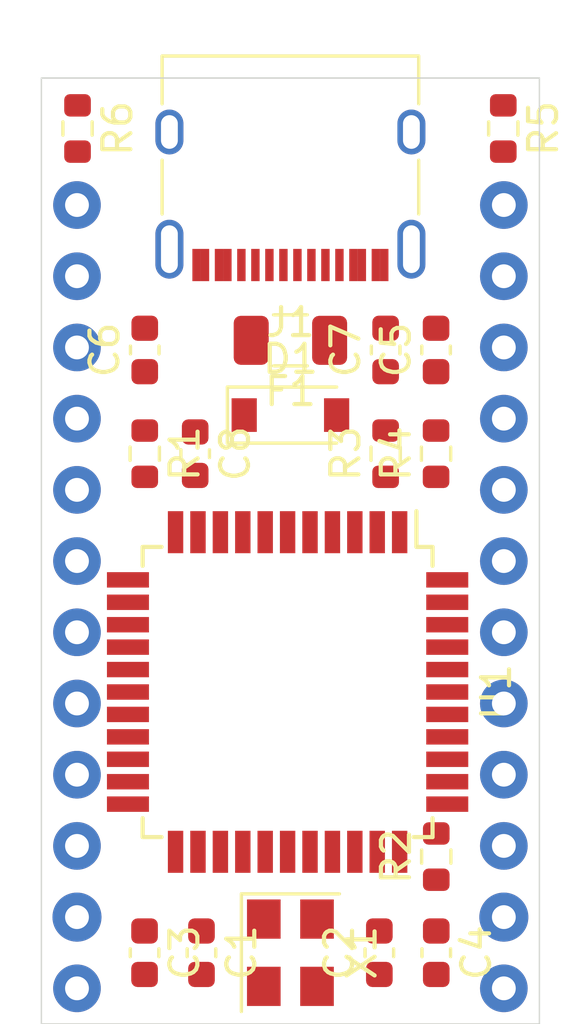
<source format=kicad_pcb>
(kicad_pcb (version 20171130) (host pcbnew "(5.1.9)-1")

  (general
    (thickness 1.6)
    (drawings 4)
    (tracks 0)
    (zones 0)
    (modules 21)
    (nets 45)
  )

  (page A4)
  (layers
    (0 F.Cu signal)
    (31 B.Cu signal)
    (32 B.Adhes user)
    (33 F.Adhes user)
    (34 B.Paste user)
    (35 F.Paste user)
    (36 B.SilkS user)
    (37 F.SilkS user)
    (38 B.Mask user)
    (39 F.Mask user)
    (40 Dwgs.User user)
    (41 Cmts.User user)
    (42 Eco1.User user)
    (43 Eco2.User user)
    (44 Edge.Cuts user)
    (45 Margin user)
    (46 B.CrtYd user)
    (47 F.CrtYd user)
    (48 B.Fab user)
    (49 F.Fab user)
  )

  (setup
    (last_trace_width 0.25)
    (trace_clearance 0.2)
    (zone_clearance 0.508)
    (zone_45_only no)
    (trace_min 0.2)
    (via_size 0.8)
    (via_drill 0.4)
    (via_min_size 0.4)
    (via_min_drill 0.3)
    (uvia_size 0.3)
    (uvia_drill 0.1)
    (uvias_allowed no)
    (uvia_min_size 0.2)
    (uvia_min_drill 0.1)
    (edge_width 0.05)
    (segment_width 0.2)
    (pcb_text_width 0.3)
    (pcb_text_size 1.5 1.5)
    (mod_edge_width 0.12)
    (mod_text_size 1 1)
    (mod_text_width 0.15)
    (pad_size 0.5 0.5)
    (pad_drill 0.2)
    (pad_to_mask_clearance 0)
    (aux_axis_origin 0 0)
    (grid_origin 170 110)
    (visible_elements 7FFFF7FF)
    (pcbplotparams
      (layerselection 0x010fc_ffffffff)
      (usegerberextensions false)
      (usegerberattributes true)
      (usegerberadvancedattributes true)
      (creategerberjobfile true)
      (excludeedgelayer true)
      (linewidth 0.100000)
      (plotframeref false)
      (viasonmask false)
      (mode 1)
      (useauxorigin false)
      (hpglpennumber 1)
      (hpglpenspeed 20)
      (hpglpendiameter 15.000000)
      (psnegative false)
      (psa4output false)
      (plotreference true)
      (plotvalue true)
      (plotinvisibletext false)
      (padsonsilk false)
      (subtractmaskfromsilk false)
      (outputformat 1)
      (mirror false)
      (drillshape 1)
      (scaleselection 1)
      (outputdirectory ""))
  )

  (net 0 "")
  (net 1 /GND)
  (net 2 /XTAL2)
  (net 3 /XTAL1)
  (net 4 /VCC)
  (net 5 "Net-(C8-Pad2)")
  (net 6 /V_USB)
  (net 7 /USB_VBUS)
  (net 8 "Net-(J1-PadB8)")
  (net 9 "Net-(J1-PadB5)")
  (net 10 /USB_D-)
  (net 11 /USB_D+)
  (net 12 "Net-(J1-PadS1)")
  (net 13 "Net-(J1-PadA8)")
  (net 14 "Net-(J1-PadA5)")
  (net 15 /P29_B5)
  (net 16 /P28_B4)
  (net 17 /P01_E6)
  (net 18 /P27_D7)
  (net 19 /P31_C6)
  (net 20 /P25_D4)
  (net 21 /P18_D0)
  (net 22 /P19_D1)
  (net 23 /P20_D2)
  (net 24 /P21_D3)
  (net 25 /P30_B6)
  (net 26 /P11_B3)
  (net 27 /P10_B2)
  (net 28 /P09_B1)
  (net 29 /P36_F7)
  (net 30 /P37_F6)
  (net 31 /P38_F5)
  (net 32 /P39_F4)
  (net 33 /RESET)
  (net 34 "Net-(R2-Pad2)")
  (net 35 /D+)
  (net 36 /D-)
  (net 37 "Net-(U1-Pad42)")
  (net 38 /P41_F0)
  (net 39 /P40_F1)
  (net 40 /P32_C7)
  (net 41 /P26_D6)
  (net 42 /P22_D5)
  (net 43 /P12_B7)
  (net 44 /P08_B0)

  (net_class Default "This is the default net class."
    (clearance 0.2)
    (trace_width 0.25)
    (via_dia 0.8)
    (via_drill 0.4)
    (uvia_dia 0.3)
    (uvia_drill 0.1)
    (add_net /D+)
    (add_net /D-)
    (add_net /GND)
    (add_net /P01_E6)
    (add_net /P08_B0)
    (add_net /P09_B1)
    (add_net /P10_B2)
    (add_net /P11_B3)
    (add_net /P12_B7)
    (add_net /P18_D0)
    (add_net /P19_D1)
    (add_net /P20_D2)
    (add_net /P21_D3)
    (add_net /P22_D5)
    (add_net /P25_D4)
    (add_net /P26_D6)
    (add_net /P27_D7)
    (add_net /P28_B4)
    (add_net /P29_B5)
    (add_net /P30_B6)
    (add_net /P31_C6)
    (add_net /P32_C7)
    (add_net /P36_F7)
    (add_net /P37_F6)
    (add_net /P38_F5)
    (add_net /P39_F4)
    (add_net /P40_F1)
    (add_net /P41_F0)
    (add_net /RESET)
    (add_net /USB_D+)
    (add_net /USB_D-)
    (add_net /USB_VBUS)
    (add_net /VCC)
    (add_net /V_USB)
    (add_net /XTAL1)
    (add_net /XTAL2)
    (add_net "Net-(C8-Pad2)")
    (add_net "Net-(J1-PadA5)")
    (add_net "Net-(J1-PadA8)")
    (add_net "Net-(J1-PadB5)")
    (add_net "Net-(J1-PadB8)")
    (add_net "Net-(J1-PadS1)")
    (add_net "Net-(R2-Pad2)")
    (add_net "Net-(U1-Pad42)")
  )

  (module Package_QFP:TQFP-44_10x10mm_P0.8mm (layer F.Cu) (tedit 5A02F146) (tstamp 60AC2EC6)
    (at 169.9 113.4 270)
    (descr "44-Lead Plastic Thin Quad Flatpack (PT) - 10x10x1.0 mm Body [TQFP] (see Microchip Packaging Specification 00000049BS.pdf)")
    (tags "QFP 0.8")
    (path /60716C73)
    (attr smd)
    (fp_text reference U1 (at 0 -7.45 90) (layer F.SilkS)
      (effects (font (size 1 1) (thickness 0.15)))
    )
    (fp_text value ATmega32U4-MU (at 0 7.45 90) (layer F.Fab)
      (effects (font (size 1 1) (thickness 0.15)))
    )
    (fp_text user %R (at 0 0 90) (layer F.Fab)
      (effects (font (size 1 1) (thickness 0.15)))
    )
    (fp_line (start -4 -5) (end 5 -5) (layer F.Fab) (width 0.15))
    (fp_line (start 5 -5) (end 5 5) (layer F.Fab) (width 0.15))
    (fp_line (start 5 5) (end -5 5) (layer F.Fab) (width 0.15))
    (fp_line (start -5 5) (end -5 -4) (layer F.Fab) (width 0.15))
    (fp_line (start -5 -4) (end -4 -5) (layer F.Fab) (width 0.15))
    (fp_line (start -6.7 -6.7) (end -6.7 6.7) (layer F.CrtYd) (width 0.05))
    (fp_line (start 6.7 -6.7) (end 6.7 6.7) (layer F.CrtYd) (width 0.05))
    (fp_line (start -6.7 -6.7) (end 6.7 -6.7) (layer F.CrtYd) (width 0.05))
    (fp_line (start -6.7 6.7) (end 6.7 6.7) (layer F.CrtYd) (width 0.05))
    (fp_line (start -5.175 -5.175) (end -5.175 -4.6) (layer F.SilkS) (width 0.15))
    (fp_line (start 5.175 -5.175) (end 5.175 -4.5) (layer F.SilkS) (width 0.15))
    (fp_line (start 5.175 5.175) (end 5.175 4.5) (layer F.SilkS) (width 0.15))
    (fp_line (start -5.175 5.175) (end -5.175 4.5) (layer F.SilkS) (width 0.15))
    (fp_line (start -5.175 -5.175) (end -4.5 -5.175) (layer F.SilkS) (width 0.15))
    (fp_line (start -5.175 5.175) (end -4.5 5.175) (layer F.SilkS) (width 0.15))
    (fp_line (start 5.175 5.175) (end 4.5 5.175) (layer F.SilkS) (width 0.15))
    (fp_line (start 5.175 -5.175) (end 4.5 -5.175) (layer F.SilkS) (width 0.15))
    (fp_line (start -5.175 -4.6) (end -6.45 -4.6) (layer F.SilkS) (width 0.15))
    (pad 44 smd rect (at -4 -5.7) (size 1.5 0.55) (layers F.Cu F.Paste F.Mask)
      (net 4 /VCC))
    (pad 43 smd rect (at -3.2 -5.7) (size 1.5 0.55) (layers F.Cu F.Paste F.Mask)
      (net 1 /GND))
    (pad 42 smd rect (at -2.4 -5.7) (size 1.5 0.55) (layers F.Cu F.Paste F.Mask)
      (net 37 "Net-(U1-Pad42)"))
    (pad 41 smd rect (at -1.6 -5.7) (size 1.5 0.55) (layers F.Cu F.Paste F.Mask)
      (net 38 /P41_F0))
    (pad 40 smd rect (at -0.8 -5.7) (size 1.5 0.55) (layers F.Cu F.Paste F.Mask)
      (net 39 /P40_F1))
    (pad 39 smd rect (at 0 -5.7) (size 1.5 0.55) (layers F.Cu F.Paste F.Mask)
      (net 32 /P39_F4))
    (pad 38 smd rect (at 0.8 -5.7) (size 1.5 0.55) (layers F.Cu F.Paste F.Mask)
      (net 31 /P38_F5))
    (pad 37 smd rect (at 1.6 -5.7) (size 1.5 0.55) (layers F.Cu F.Paste F.Mask)
      (net 30 /P37_F6))
    (pad 36 smd rect (at 2.4 -5.7) (size 1.5 0.55) (layers F.Cu F.Paste F.Mask)
      (net 29 /P36_F7))
    (pad 35 smd rect (at 3.2 -5.7) (size 1.5 0.55) (layers F.Cu F.Paste F.Mask)
      (net 1 /GND))
    (pad 34 smd rect (at 4 -5.7) (size 1.5 0.55) (layers F.Cu F.Paste F.Mask)
      (net 4 /VCC))
    (pad 33 smd rect (at 5.7 -4 270) (size 1.5 0.55) (layers F.Cu F.Paste F.Mask)
      (net 34 "Net-(R2-Pad2)"))
    (pad 32 smd rect (at 5.7 -3.2 270) (size 1.5 0.55) (layers F.Cu F.Paste F.Mask)
      (net 40 /P32_C7))
    (pad 31 smd rect (at 5.7 -2.4 270) (size 1.5 0.55) (layers F.Cu F.Paste F.Mask)
      (net 19 /P31_C6))
    (pad 30 smd rect (at 5.7 -1.6 270) (size 1.5 0.55) (layers F.Cu F.Paste F.Mask)
      (net 25 /P30_B6))
    (pad 29 smd rect (at 5.7 -0.8 270) (size 1.5 0.55) (layers F.Cu F.Paste F.Mask)
      (net 15 /P29_B5))
    (pad 28 smd rect (at 5.7 0 270) (size 1.5 0.55) (layers F.Cu F.Paste F.Mask)
      (net 16 /P28_B4))
    (pad 27 smd rect (at 5.7 0.8 270) (size 1.5 0.55) (layers F.Cu F.Paste F.Mask)
      (net 18 /P27_D7))
    (pad 26 smd rect (at 5.7 1.6 270) (size 1.5 0.55) (layers F.Cu F.Paste F.Mask)
      (net 41 /P26_D6))
    (pad 25 smd rect (at 5.7 2.4 270) (size 1.5 0.55) (layers F.Cu F.Paste F.Mask)
      (net 20 /P25_D4))
    (pad 24 smd rect (at 5.7 3.2 270) (size 1.5 0.55) (layers F.Cu F.Paste F.Mask)
      (net 4 /VCC))
    (pad 23 smd rect (at 5.7 4 270) (size 1.5 0.55) (layers F.Cu F.Paste F.Mask)
      (net 1 /GND))
    (pad 22 smd rect (at 4 5.7) (size 1.5 0.55) (layers F.Cu F.Paste F.Mask)
      (net 42 /P22_D5))
    (pad 21 smd rect (at 3.2 5.7) (size 1.5 0.55) (layers F.Cu F.Paste F.Mask)
      (net 24 /P21_D3))
    (pad 20 smd rect (at 2.4 5.7) (size 1.5 0.55) (layers F.Cu F.Paste F.Mask)
      (net 23 /P20_D2))
    (pad 19 smd rect (at 1.6 5.7) (size 1.5 0.55) (layers F.Cu F.Paste F.Mask)
      (net 22 /P19_D1))
    (pad 18 smd rect (at 0.8 5.7) (size 1.5 0.55) (layers F.Cu F.Paste F.Mask)
      (net 21 /P18_D0))
    (pad 17 smd rect (at 0 5.7) (size 1.5 0.55) (layers F.Cu F.Paste F.Mask)
      (net 3 /XTAL1))
    (pad 16 smd rect (at -0.8 5.7) (size 1.5 0.55) (layers F.Cu F.Paste F.Mask)
      (net 2 /XTAL2))
    (pad 15 smd rect (at -1.6 5.7) (size 1.5 0.55) (layers F.Cu F.Paste F.Mask)
      (net 1 /GND))
    (pad 14 smd rect (at -2.4 5.7) (size 1.5 0.55) (layers F.Cu F.Paste F.Mask)
      (net 4 /VCC))
    (pad 13 smd rect (at -3.2 5.7) (size 1.5 0.55) (layers F.Cu F.Paste F.Mask)
      (net 33 /RESET))
    (pad 12 smd rect (at -4 5.7) (size 1.5 0.55) (layers F.Cu F.Paste F.Mask)
      (net 43 /P12_B7))
    (pad 11 smd rect (at -5.7 4 270) (size 1.5 0.55) (layers F.Cu F.Paste F.Mask)
      (net 26 /P11_B3))
    (pad 10 smd rect (at -5.7 3.2 270) (size 1.5 0.55) (layers F.Cu F.Paste F.Mask)
      (net 27 /P10_B2))
    (pad 9 smd rect (at -5.7 2.4 270) (size 1.5 0.55) (layers F.Cu F.Paste F.Mask)
      (net 28 /P09_B1))
    (pad 8 smd rect (at -5.7 1.6 270) (size 1.5 0.55) (layers F.Cu F.Paste F.Mask)
      (net 44 /P08_B0))
    (pad 7 smd rect (at -5.7 0.8 270) (size 1.5 0.55) (layers F.Cu F.Paste F.Mask)
      (net 6 /V_USB))
    (pad 6 smd rect (at -5.7 0 270) (size 1.5 0.55) (layers F.Cu F.Paste F.Mask)
      (net 5 "Net-(C8-Pad2)"))
    (pad 5 smd rect (at -5.7 -0.8 270) (size 1.5 0.55) (layers F.Cu F.Paste F.Mask)
      (net 1 /GND))
    (pad 4 smd rect (at -5.7 -1.6 270) (size 1.5 0.55) (layers F.Cu F.Paste F.Mask)
      (net 35 /D+))
    (pad 3 smd rect (at -5.7 -2.4 270) (size 1.5 0.55) (layers F.Cu F.Paste F.Mask)
      (net 36 /D-))
    (pad 2 smd rect (at -5.7 -3.2 270) (size 1.5 0.55) (layers F.Cu F.Paste F.Mask)
      (net 4 /VCC))
    (pad 1 smd rect (at -5.7 -4 270) (size 1.5 0.55) (layers F.Cu F.Paste F.Mask)
      (net 17 /P01_E6))
    (model ${KISYS3DMOD}/Package_QFP.3dshapes/TQFP-44_10x10mm_P0.8mm.wrl
      (at (xyz 0 0 0))
      (scale (xyz 1 1 1))
      (rotate (xyz 0 0 0))
    )
  )

  (module Connector_USB:USB_C_Receptacle_XKB_U262-16XN-4BVC11 (layer F.Cu) (tedit 5E1305FC) (tstamp 60ABFE24)
    (at 170 94.5 180)
    (descr "USB Type C, right-angle, SMT, https://datasheet.lcsc.com/szlcsc/1811141824_XKB-Enterprise-U262-161N-4BVC11_C319148.pdf")
    (tags "USB C Type-C Receptacle SMD")
    (path /60B95749)
    (attr smd)
    (fp_text reference J1 (at 0 -5.715) (layer F.SilkS)
      (effects (font (size 1 1) (thickness 0.15)))
    )
    (fp_text value USB_C_Receptacle_USB2.0 (at 0 4.935) (layer F.Fab)
      (effects (font (size 1 1) (thickness 0.15)))
    )
    (fp_text user %R (at 0 0) (layer F.Fab)
      (effects (font (size 1 1) (thickness 0.15)))
    )
    (fp_line (start -4.58 -1.85) (end -4.58 0.07) (layer F.SilkS) (width 0.12))
    (fp_line (start 4.58 0.07) (end 4.58 -1.85) (layer F.SilkS) (width 0.12))
    (fp_line (start 4.58 2.08) (end 4.58 3.785) (layer F.SilkS) (width 0.12))
    (fp_line (start -4.58 3.785) (end -4.58 2.08) (layer F.SilkS) (width 0.12))
    (fp_line (start 4.58 3.785) (end -4.58 3.785) (layer F.SilkS) (width 0.12))
    (fp_line (start -5.32 -4.75) (end 5.32 -4.75) (layer F.CrtYd) (width 0.05))
    (fp_line (start 5.32 -4.75) (end 5.32 4.18) (layer F.CrtYd) (width 0.05))
    (fp_line (start 5.32 4.18) (end -5.32 4.18) (layer F.CrtYd) (width 0.05))
    (fp_line (start -5.32 4.18) (end -5.32 -4.75) (layer F.CrtYd) (width 0.05))
    (fp_line (start -4.47 -3.675) (end -4.47 3.675) (layer F.Fab) (width 0.1))
    (fp_line (start -4.47 3.675) (end 4.47 3.675) (layer F.Fab) (width 0.1))
    (fp_line (start 4.47 3.675) (end 4.47 -3.675) (layer F.Fab) (width 0.1))
    (fp_line (start -4.47 -3.675) (end 4.47 -3.675) (layer F.Fab) (width 0.1))
    (pad A12 smd rect (at 3.35 -3.67 180) (size 0.3 1.15) (layers F.Cu F.Paste F.Mask)
      (net 1 /GND))
    (pad A9 smd rect (at 2.55 -3.67 180) (size 0.3 1.15) (layers F.Cu F.Paste F.Mask)
      (net 7 /USB_VBUS))
    (pad B9 smd rect (at -2.25 -3.67 180) (size 0.3 1.15) (layers F.Cu F.Paste F.Mask)
      (net 7 /USB_VBUS))
    (pad B12 smd rect (at -3.05 -3.67 180) (size 0.3 1.15) (layers F.Cu F.Paste F.Mask)
      (net 1 /GND))
    (pad A1 smd rect (at -3.35 -3.67 180) (size 0.3 1.15) (layers F.Cu F.Paste F.Mask)
      (net 1 /GND))
    (pad A4 smd rect (at -2.55 -3.67 180) (size 0.3 1.15) (layers F.Cu F.Paste F.Mask)
      (net 7 /USB_VBUS))
    (pad B8 smd rect (at -1.75 -3.67 180) (size 0.3 1.15) (layers F.Cu F.Paste F.Mask)
      (net 8 "Net-(J1-PadB8)"))
    (pad A5 smd rect (at -1.25 -3.67 180) (size 0.3 1.15) (layers F.Cu F.Paste F.Mask)
      (net 14 "Net-(J1-PadA5)"))
    (pad B7 smd rect (at -0.75 -3.67 180) (size 0.3 1.15) (layers F.Cu F.Paste F.Mask)
      (net 10 /USB_D-))
    (pad A6 smd rect (at -0.25 -3.67 180) (size 0.3 1.15) (layers F.Cu F.Paste F.Mask)
      (net 11 /USB_D+))
    (pad A7 smd rect (at 0.25 -3.67 180) (size 0.3 1.15) (layers F.Cu F.Paste F.Mask)
      (net 10 /USB_D-))
    (pad B6 smd rect (at 0.75 -3.67 180) (size 0.3 1.15) (layers F.Cu F.Paste F.Mask)
      (net 11 /USB_D+))
    (pad A8 smd rect (at 1.25 -3.67 180) (size 0.3 1.15) (layers F.Cu F.Paste F.Mask)
      (net 13 "Net-(J1-PadA8)"))
    (pad B5 smd rect (at 1.75 -3.67 180) (size 0.3 1.15) (layers F.Cu F.Paste F.Mask)
      (net 9 "Net-(J1-PadB5)"))
    (pad B4 smd rect (at 2.25 -3.67 180) (size 0.3 1.15) (layers F.Cu F.Paste F.Mask)
      (net 7 /USB_VBUS))
    (pad B1 smd rect (at 3.05 -3.67 180) (size 0.3 1.15) (layers F.Cu F.Paste F.Mask)
      (net 1 /GND))
    (pad "" np_thru_hole circle (at -2.89 -2.605 180) (size 0.65 0.65) (drill 0.65) (layers *.Cu *.Mask))
    (pad "" np_thru_hole circle (at 2.89 -2.605 180) (size 0.65 0.65) (drill 0.65) (layers *.Cu *.Mask))
    (pad S1 thru_hole oval (at 4.32 1.075 180) (size 1 1.6) (drill oval 0.6 1.2) (layers *.Cu *.Mask)
      (net 12 "Net-(J1-PadS1)"))
    (pad S1 thru_hole oval (at -4.32 1.075 180) (size 1 1.6) (drill oval 0.6 1.2) (layers *.Cu *.Mask)
      (net 12 "Net-(J1-PadS1)"))
    (pad S1 thru_hole oval (at 4.32 -3.105 180) (size 1 2.1) (drill oval 0.6 1.7) (layers *.Cu *.Mask)
      (net 12 "Net-(J1-PadS1)"))
    (pad S1 thru_hole oval (at -4.32 -3.105 180) (size 1 2.1) (drill oval 0.6 1.7) (layers *.Cu *.Mask)
      (net 12 "Net-(J1-PadS1)"))
    (model ${KISYS3DMOD}/Connector_USB.3dshapes/USB_C_Receptacle_XKB_U262-16XN-4BVC11.wrl
      (at (xyz 0 0 0))
      (scale (xyz 1 1 1))
      (rotate (xyz 0 0 0))
    )
  )

  (module Oscillator:Oscillator_SMD_SeikoEpson_SG8002CE-4Pin_3.2x2.5mm (layer F.Cu) (tedit 58CD3345) (tstamp 60AC0224)
    (at 170 122.7 270)
    (descr "SMD Crystal Oscillator Seiko Epson SG-8002CE https://support.epson.biz/td/api/doc_check.php?mode=dl&lang=en&Parts=SG-8002DC, 3.2x2.5mm^2 package")
    (tags "SMD SMT crystal oscillator")
    (path /603F204B)
    (attr smd)
    (fp_text reference X1 (at 0 -2.55 90) (layer F.SilkS)
      (effects (font (size 1 1) (thickness 0.15)))
    )
    (fp_text value XTAL (at 0 2.55 90) (layer F.Fab)
      (effects (font (size 1 1) (thickness 0.15)))
    )
    (fp_line (start -1.5 -1.25) (end 1.5 -1.25) (layer F.Fab) (width 0.1))
    (fp_line (start 1.5 -1.25) (end 1.6 -1.15) (layer F.Fab) (width 0.1))
    (fp_line (start 1.6 -1.15) (end 1.6 1.15) (layer F.Fab) (width 0.1))
    (fp_line (start 1.6 1.15) (end 1.5 1.25) (layer F.Fab) (width 0.1))
    (fp_line (start 1.5 1.25) (end -1.5 1.25) (layer F.Fab) (width 0.1))
    (fp_line (start -1.5 1.25) (end -1.6 1.15) (layer F.Fab) (width 0.1))
    (fp_line (start -1.6 1.15) (end -1.6 -1.15) (layer F.Fab) (width 0.1))
    (fp_line (start -1.6 -1.15) (end -1.5 -1.25) (layer F.Fab) (width 0.1))
    (fp_line (start -1.6 0.25) (end -0.6 1.25) (layer F.Fab) (width 0.1))
    (fp_line (start -2.1 -1.75) (end -2.1 1.75) (layer F.SilkS) (width 0.12))
    (fp_line (start -2.1 1.75) (end 2.1 1.75) (layer F.SilkS) (width 0.12))
    (fp_line (start -2.2 -1.8) (end -2.2 1.8) (layer F.CrtYd) (width 0.05))
    (fp_line (start -2.2 1.8) (end 2.2 1.8) (layer F.CrtYd) (width 0.05))
    (fp_line (start 2.2 1.8) (end 2.2 -1.8) (layer F.CrtYd) (width 0.05))
    (fp_line (start 2.2 -1.8) (end -2.2 -1.8) (layer F.CrtYd) (width 0.05))
    (fp_circle (center 0 0) (end 0.25 0) (layer F.Adhes) (width 0.1))
    (fp_circle (center 0 0) (end 0.208333 0) (layer F.Adhes) (width 0.083333))
    (fp_circle (center 0 0) (end 0.133333 0) (layer F.Adhes) (width 0.083333))
    (fp_circle (center 0 0) (end 0.058333 0) (layer F.Adhes) (width 0.116667))
    (fp_text user %R (at 0 0 90) (layer F.Fab)
      (effects (font (size 0.7 0.7) (thickness 0.105)))
    )
    (pad 4 smd rect (at -1.2 -0.95 270) (size 1.4 1.2) (layers F.Cu F.Paste F.Mask)
      (net 1 /GND))
    (pad 3 smd rect (at 1.2 -0.95 270) (size 1.4 1.2) (layers F.Cu F.Paste F.Mask)
      (net 3 /XTAL1))
    (pad 2 smd rect (at 1.2 0.95 270) (size 1.4 1.2) (layers F.Cu F.Paste F.Mask)
      (net 1 /GND))
    (pad 1 smd rect (at -1.2 0.95 270) (size 1.4 1.2) (layers F.Cu F.Paste F.Mask)
      (net 2 /XTAL2))
    (model ${KISYS3DMOD}/Oscillator.3dshapes/Oscillator_SMD_SeikoEpson_SG8002CE-4Pin_3.2x2.5mm.wrl
      (at (xyz 0 0 0))
      (scale (xyz 1 1 1))
      (rotate (xyz 0 0 0))
    )
  )

  (module Resistor_SMD:R_0603_1608Metric (layer F.Cu) (tedit 5F68FEEE) (tstamp 63D69A1F)
    (at 162.4 93.3 270)
    (descr "Resistor SMD 0603 (1608 Metric), square (rectangular) end terminal, IPC_7351 nominal, (Body size source: IPC-SM-782 page 72, https://www.pcb-3d.com/wordpress/wp-content/uploads/ipc-sm-782a_amendment_1_and_2.pdf), generated with kicad-footprint-generator")
    (tags resistor)
    (path /60DAD827)
    (attr smd)
    (fp_text reference R6 (at 0 -1.43 90) (layer F.SilkS)
      (effects (font (size 1 1) (thickness 0.15)))
    )
    (fp_text value 5.1K (at 0 1.43 90) (layer F.Fab)
      (effects (font (size 1 1) (thickness 0.15)))
    )
    (fp_line (start 1.48 0.73) (end -1.48 0.73) (layer F.CrtYd) (width 0.05))
    (fp_line (start 1.48 -0.73) (end 1.48 0.73) (layer F.CrtYd) (width 0.05))
    (fp_line (start -1.48 -0.73) (end 1.48 -0.73) (layer F.CrtYd) (width 0.05))
    (fp_line (start -1.48 0.73) (end -1.48 -0.73) (layer F.CrtYd) (width 0.05))
    (fp_line (start -0.237258 0.5225) (end 0.237258 0.5225) (layer F.SilkS) (width 0.12))
    (fp_line (start -0.237258 -0.5225) (end 0.237258 -0.5225) (layer F.SilkS) (width 0.12))
    (fp_line (start 0.8 0.4125) (end -0.8 0.4125) (layer F.Fab) (width 0.1))
    (fp_line (start 0.8 -0.4125) (end 0.8 0.4125) (layer F.Fab) (width 0.1))
    (fp_line (start -0.8 -0.4125) (end 0.8 -0.4125) (layer F.Fab) (width 0.1))
    (fp_line (start -0.8 0.4125) (end -0.8 -0.4125) (layer F.Fab) (width 0.1))
    (fp_text user %R (at 0 0 90) (layer F.Fab)
      (effects (font (size 0.4 0.4) (thickness 0.06)))
    )
    (pad 1 smd roundrect (at -0.825 0 270) (size 0.8 0.95) (layers F.Cu F.Paste F.Mask) (roundrect_rratio 0.25)
      (net 1 /GND))
    (pad 2 smd roundrect (at 0.825 0 270) (size 0.8 0.95) (layers F.Cu F.Paste F.Mask) (roundrect_rratio 0.25)
      (net 9 "Net-(J1-PadB5)"))
    (model ${KISYS3DMOD}/Resistor_SMD.3dshapes/R_0603_1608Metric.wrl
      (at (xyz 0 0 0))
      (scale (xyz 1 1 1))
      (rotate (xyz 0 0 0))
    )
  )

  (module Resistor_SMD:R_0603_1608Metric (layer F.Cu) (tedit 5F68FEEE) (tstamp 60AC37AB)
    (at 177.6 93.3 270)
    (descr "Resistor SMD 0603 (1608 Metric), square (rectangular) end terminal, IPC_7351 nominal, (Body size source: IPC-SM-782 page 72, https://www.pcb-3d.com/wordpress/wp-content/uploads/ipc-sm-782a_amendment_1_and_2.pdf), generated with kicad-footprint-generator")
    (tags resistor)
    (path /60D992BD)
    (attr smd)
    (fp_text reference R5 (at 0 -1.43 90) (layer F.SilkS)
      (effects (font (size 1 1) (thickness 0.15)))
    )
    (fp_text value 5.1K (at 0 1.43 90) (layer F.Fab)
      (effects (font (size 1 1) (thickness 0.15)))
    )
    (fp_line (start 1.48 0.73) (end -1.48 0.73) (layer F.CrtYd) (width 0.05))
    (fp_line (start 1.48 -0.73) (end 1.48 0.73) (layer F.CrtYd) (width 0.05))
    (fp_line (start -1.48 -0.73) (end 1.48 -0.73) (layer F.CrtYd) (width 0.05))
    (fp_line (start -1.48 0.73) (end -1.48 -0.73) (layer F.CrtYd) (width 0.05))
    (fp_line (start -0.237258 0.5225) (end 0.237258 0.5225) (layer F.SilkS) (width 0.12))
    (fp_line (start -0.237258 -0.5225) (end 0.237258 -0.5225) (layer F.SilkS) (width 0.12))
    (fp_line (start 0.8 0.4125) (end -0.8 0.4125) (layer F.Fab) (width 0.1))
    (fp_line (start 0.8 -0.4125) (end 0.8 0.4125) (layer F.Fab) (width 0.1))
    (fp_line (start -0.8 -0.4125) (end 0.8 -0.4125) (layer F.Fab) (width 0.1))
    (fp_line (start -0.8 0.4125) (end -0.8 -0.4125) (layer F.Fab) (width 0.1))
    (fp_text user %R (at 0 0 90) (layer F.Fab)
      (effects (font (size 0.4 0.4) (thickness 0.06)))
    )
    (pad 1 smd roundrect (at -0.825 0 270) (size 0.8 0.95) (layers F.Cu F.Paste F.Mask) (roundrect_rratio 0.25)
      (net 1 /GND))
    (pad 2 smd roundrect (at 0.825 0 270) (size 0.8 0.95) (layers F.Cu F.Paste F.Mask) (roundrect_rratio 0.25)
      (net 14 "Net-(J1-PadA5)"))
    (model ${KISYS3DMOD}/Resistor_SMD.3dshapes/R_0603_1608Metric.wrl
      (at (xyz 0 0 0))
      (scale (xyz 1 1 1))
      (rotate (xyz 0 0 0))
    )
  )

  (module Resistor_SMD:R_0603_1608Metric (layer F.Cu) (tedit 5F68FEEE) (tstamp 60AC380B)
    (at 175.2 104.9 90)
    (descr "Resistor SMD 0603 (1608 Metric), square (rectangular) end terminal, IPC_7351 nominal, (Body size source: IPC-SM-782 page 72, https://www.pcb-3d.com/wordpress/wp-content/uploads/ipc-sm-782a_amendment_1_and_2.pdf), generated with kicad-footprint-generator")
    (tags resistor)
    (path /6045328E)
    (attr smd)
    (fp_text reference R4 (at 0 -1.43 90) (layer F.SilkS)
      (effects (font (size 1 1) (thickness 0.15)))
    )
    (fp_text value 22 (at 0 1.43 90) (layer F.Fab)
      (effects (font (size 1 1) (thickness 0.15)))
    )
    (fp_line (start 1.48 0.73) (end -1.48 0.73) (layer F.CrtYd) (width 0.05))
    (fp_line (start 1.48 -0.73) (end 1.48 0.73) (layer F.CrtYd) (width 0.05))
    (fp_line (start -1.48 -0.73) (end 1.48 -0.73) (layer F.CrtYd) (width 0.05))
    (fp_line (start -1.48 0.73) (end -1.48 -0.73) (layer F.CrtYd) (width 0.05))
    (fp_line (start -0.237258 0.5225) (end 0.237258 0.5225) (layer F.SilkS) (width 0.12))
    (fp_line (start -0.237258 -0.5225) (end 0.237258 -0.5225) (layer F.SilkS) (width 0.12))
    (fp_line (start 0.8 0.4125) (end -0.8 0.4125) (layer F.Fab) (width 0.1))
    (fp_line (start 0.8 -0.4125) (end 0.8 0.4125) (layer F.Fab) (width 0.1))
    (fp_line (start -0.8 -0.4125) (end 0.8 -0.4125) (layer F.Fab) (width 0.1))
    (fp_line (start -0.8 0.4125) (end -0.8 -0.4125) (layer F.Fab) (width 0.1))
    (fp_text user %R (at 0 0 90) (layer F.Fab)
      (effects (font (size 0.4 0.4) (thickness 0.06)))
    )
    (pad 1 smd roundrect (at -0.825 0 90) (size 0.8 0.95) (layers F.Cu F.Paste F.Mask) (roundrect_rratio 0.25)
      (net 36 /D-))
    (pad 2 smd roundrect (at 0.825 0 90) (size 0.8 0.95) (layers F.Cu F.Paste F.Mask) (roundrect_rratio 0.25)
      (net 10 /USB_D-))
    (model ${KISYS3DMOD}/Resistor_SMD.3dshapes/R_0603_1608Metric.wrl
      (at (xyz 0 0 0))
      (scale (xyz 1 1 1))
      (rotate (xyz 0 0 0))
    )
  )

  (module Resistor_SMD:R_0603_1608Metric (layer F.Cu) (tedit 5F68FEEE) (tstamp 60AC37DB)
    (at 173.4 104.9 90)
    (descr "Resistor SMD 0603 (1608 Metric), square (rectangular) end terminal, IPC_7351 nominal, (Body size source: IPC-SM-782 page 72, https://www.pcb-3d.com/wordpress/wp-content/uploads/ipc-sm-782a_amendment_1_and_2.pdf), generated with kicad-footprint-generator")
    (tags resistor)
    (path /604519EA)
    (attr smd)
    (fp_text reference R3 (at 0 -1.43 90) (layer F.SilkS)
      (effects (font (size 1 1) (thickness 0.15)))
    )
    (fp_text value 22 (at 0 1.43 90) (layer F.Fab)
      (effects (font (size 1 1) (thickness 0.15)))
    )
    (fp_line (start 1.48 0.73) (end -1.48 0.73) (layer F.CrtYd) (width 0.05))
    (fp_line (start 1.48 -0.73) (end 1.48 0.73) (layer F.CrtYd) (width 0.05))
    (fp_line (start -1.48 -0.73) (end 1.48 -0.73) (layer F.CrtYd) (width 0.05))
    (fp_line (start -1.48 0.73) (end -1.48 -0.73) (layer F.CrtYd) (width 0.05))
    (fp_line (start -0.237258 0.5225) (end 0.237258 0.5225) (layer F.SilkS) (width 0.12))
    (fp_line (start -0.237258 -0.5225) (end 0.237258 -0.5225) (layer F.SilkS) (width 0.12))
    (fp_line (start 0.8 0.4125) (end -0.8 0.4125) (layer F.Fab) (width 0.1))
    (fp_line (start 0.8 -0.4125) (end 0.8 0.4125) (layer F.Fab) (width 0.1))
    (fp_line (start -0.8 -0.4125) (end 0.8 -0.4125) (layer F.Fab) (width 0.1))
    (fp_line (start -0.8 0.4125) (end -0.8 -0.4125) (layer F.Fab) (width 0.1))
    (fp_text user %R (at 0 0 90) (layer F.Fab)
      (effects (font (size 0.4 0.4) (thickness 0.06)))
    )
    (pad 1 smd roundrect (at -0.825 0 90) (size 0.8 0.95) (layers F.Cu F.Paste F.Mask) (roundrect_rratio 0.25)
      (net 35 /D+))
    (pad 2 smd roundrect (at 0.825 0 90) (size 0.8 0.95) (layers F.Cu F.Paste F.Mask) (roundrect_rratio 0.25)
      (net 11 /USB_D+))
    (model ${KISYS3DMOD}/Resistor_SMD.3dshapes/R_0603_1608Metric.wrl
      (at (xyz 0 0 0))
      (scale (xyz 1 1 1))
      (rotate (xyz 0 0 0))
    )
  )

  (module Resistor_SMD:R_0603_1608Metric (layer F.Cu) (tedit 5F68FEEE) (tstamp 60ABF404)
    (at 175.207 119.271 90)
    (descr "Resistor SMD 0603 (1608 Metric), square (rectangular) end terminal, IPC_7351 nominal, (Body size source: IPC-SM-782 page 72, https://www.pcb-3d.com/wordpress/wp-content/uploads/ipc-sm-782a_amendment_1_and_2.pdf), generated with kicad-footprint-generator")
    (tags resistor)
    (path /6044A260)
    (attr smd)
    (fp_text reference R2 (at 0 -1.43 90) (layer F.SilkS)
      (effects (font (size 1 1) (thickness 0.15)))
    )
    (fp_text value 10k (at 0 1.43 90) (layer F.Fab)
      (effects (font (size 1 1) (thickness 0.15)))
    )
    (fp_line (start -0.8 0.4125) (end -0.8 -0.4125) (layer F.Fab) (width 0.1))
    (fp_line (start -0.8 -0.4125) (end 0.8 -0.4125) (layer F.Fab) (width 0.1))
    (fp_line (start 0.8 -0.4125) (end 0.8 0.4125) (layer F.Fab) (width 0.1))
    (fp_line (start 0.8 0.4125) (end -0.8 0.4125) (layer F.Fab) (width 0.1))
    (fp_line (start -0.237258 -0.5225) (end 0.237258 -0.5225) (layer F.SilkS) (width 0.12))
    (fp_line (start -0.237258 0.5225) (end 0.237258 0.5225) (layer F.SilkS) (width 0.12))
    (fp_line (start -1.48 0.73) (end -1.48 -0.73) (layer F.CrtYd) (width 0.05))
    (fp_line (start -1.48 -0.73) (end 1.48 -0.73) (layer F.CrtYd) (width 0.05))
    (fp_line (start 1.48 -0.73) (end 1.48 0.73) (layer F.CrtYd) (width 0.05))
    (fp_line (start 1.48 0.73) (end -1.48 0.73) (layer F.CrtYd) (width 0.05))
    (fp_text user %R (at 0 0 90) (layer F.Fab)
      (effects (font (size 0.4 0.4) (thickness 0.06)))
    )
    (pad 2 smd roundrect (at 0.825 0 90) (size 0.8 0.95) (layers F.Cu F.Paste F.Mask) (roundrect_rratio 0.25)
      (net 34 "Net-(R2-Pad2)"))
    (pad 1 smd roundrect (at -0.825 0 90) (size 0.8 0.95) (layers F.Cu F.Paste F.Mask) (roundrect_rratio 0.25)
      (net 1 /GND))
    (model ${KISYS3DMOD}/Resistor_SMD.3dshapes/R_0603_1608Metric.wrl
      (at (xyz 0 0 0))
      (scale (xyz 1 1 1))
      (rotate (xyz 0 0 0))
    )
  )

  (module Resistor_SMD:R_0603_1608Metric (layer F.Cu) (tedit 5F68FEEE) (tstamp 63D6AC7C)
    (at 164.8 104.9 270)
    (descr "Resistor SMD 0603 (1608 Metric), square (rectangular) end terminal, IPC_7351 nominal, (Body size source: IPC-SM-782 page 72, https://www.pcb-3d.com/wordpress/wp-content/uploads/ipc-sm-782a_amendment_1_and_2.pdf), generated with kicad-footprint-generator")
    (tags resistor)
    (path /6042E16A)
    (attr smd)
    (fp_text reference R1 (at 0 -1.43 90) (layer F.SilkS)
      (effects (font (size 1 1) (thickness 0.15)))
    )
    (fp_text value 10k (at 0 1.43 90) (layer F.Fab)
      (effects (font (size 1 1) (thickness 0.15)))
    )
    (fp_line (start -0.8 0.4125) (end -0.8 -0.4125) (layer F.Fab) (width 0.1))
    (fp_line (start -0.8 -0.4125) (end 0.8 -0.4125) (layer F.Fab) (width 0.1))
    (fp_line (start 0.8 -0.4125) (end 0.8 0.4125) (layer F.Fab) (width 0.1))
    (fp_line (start 0.8 0.4125) (end -0.8 0.4125) (layer F.Fab) (width 0.1))
    (fp_line (start -0.237258 -0.5225) (end 0.237258 -0.5225) (layer F.SilkS) (width 0.12))
    (fp_line (start -0.237258 0.5225) (end 0.237258 0.5225) (layer F.SilkS) (width 0.12))
    (fp_line (start -1.48 0.73) (end -1.48 -0.73) (layer F.CrtYd) (width 0.05))
    (fp_line (start -1.48 -0.73) (end 1.48 -0.73) (layer F.CrtYd) (width 0.05))
    (fp_line (start 1.48 -0.73) (end 1.48 0.73) (layer F.CrtYd) (width 0.05))
    (fp_line (start 1.48 0.73) (end -1.48 0.73) (layer F.CrtYd) (width 0.05))
    (fp_text user %R (at 0 0 90) (layer F.Fab)
      (effects (font (size 0.4 0.4) (thickness 0.06)))
    )
    (pad 2 smd roundrect (at 0.825 0 270) (size 0.8 0.95) (layers F.Cu F.Paste F.Mask) (roundrect_rratio 0.25)
      (net 33 /RESET))
    (pad 1 smd roundrect (at -0.825 0 270) (size 0.8 0.95) (layers F.Cu F.Paste F.Mask) (roundrect_rratio 0.25)
      (net 4 /VCC))
    (model ${KISYS3DMOD}/Resistor_SMD.3dshapes/R_0603_1608Metric.wrl
      (at (xyz 0 0 0))
      (scale (xyz 1 1 1))
      (rotate (xyz 0 0 0))
    )
  )

  (module KeyboardController:SpringPinHeader-01x12 (layer F.Cu) (tedit 6079C933) (tstamp 60ABFAB3)
    (at 177.62 110)
    (path /60B92FEE)
    (fp_text reference J3 (at -1.905 0 90) (layer F.Fab) hide
      (effects (font (size 1 1) (thickness 0.15)))
    )
    (fp_text value Conn_01x12 (at -1.9 0 270) (layer F.Fab)
      (effects (font (size 1 1) (thickness 0.15)))
    )
    (pad 12 thru_hole circle (at 0 13.97) (size 1.7 1.7) (drill 0.85) (layers *.Cu *.Mask)
      (net 25 /P30_B6))
    (pad 11 thru_hole circle (at 0 11.43) (size 1.75 1.75) (drill 0.85) (layers *.Cu *.Mask)
      (net 26 /P11_B3))
    (pad 10 thru_hole circle (at 0 8.89) (size 1.7 1.7) (drill 0.85) (layers *.Cu *.Mask)
      (net 27 /P10_B2))
    (pad 9 thru_hole circle (at 0 6.35) (size 1.7 1.7) (drill 0.85) (layers *.Cu *.Mask)
      (net 28 /P09_B1))
    (pad 8 thru_hole circle (at 0 3.81) (size 1.7 1.7) (drill 0.85) (layers *.Cu *.Mask)
      (net 29 /P36_F7))
    (pad 7 thru_hole circle (at 0 1.27) (size 1.7 1.7) (drill 0.85) (layers *.Cu *.Mask)
      (net 30 /P37_F6))
    (pad 6 thru_hole circle (at 0 -1.27) (size 1.7 1.7) (drill 0.85) (layers *.Cu *.Mask)
      (net 31 /P38_F5))
    (pad 5 thru_hole circle (at 0 -3.81) (size 1.7 1.7) (drill 0.85) (layers *.Cu *.Mask)
      (net 32 /P39_F4))
    (pad 4 thru_hole circle (at 0 -6.35) (size 1.7 1.7) (drill 0.85) (layers *.Cu *.Mask)
      (net 4 /VCC))
    (pad 3 thru_hole circle (at 0 -8.89) (size 1.7 1.7) (drill 0.85) (layers *.Cu *.Mask)
      (net 33 /RESET))
    (pad 2 thru_hole circle (at 0 -11.43) (size 1.7 1.7) (drill 0.85) (layers *.Cu *.Mask)
      (net 1 /GND))
    (pad 1 thru_hole circle (at 0 -13.97) (size 1.7 1.7) (drill 0.85) (layers *.Cu *.Mask)
      (net 4 /VCC))
  )

  (module KeyboardController:SpringPinHeader-01x12 (layer F.Cu) (tedit 6079C933) (tstamp 60ABFA47)
    (at 162.38 110)
    (path /60B8C4CC)
    (fp_text reference J2 (at -1.905 0 90) (layer F.Fab) hide
      (effects (font (size 1 1) (thickness 0.15)))
    )
    (fp_text value Conn_01x12 (at -1.9 0 270) (layer F.Fab)
      (effects (font (size 1 1) (thickness 0.15)))
    )
    (pad 12 thru_hole circle (at 0 13.97) (size 1.7 1.7) (drill 0.85) (layers *.Cu *.Mask)
      (net 15 /P29_B5))
    (pad 11 thru_hole circle (at 0 11.43) (size 1.75 1.75) (drill 0.85) (layers *.Cu *.Mask)
      (net 16 /P28_B4))
    (pad 10 thru_hole circle (at 0 8.89) (size 1.7 1.7) (drill 0.85) (layers *.Cu *.Mask)
      (net 17 /P01_E6))
    (pad 9 thru_hole circle (at 0 6.35) (size 1.7 1.7) (drill 0.85) (layers *.Cu *.Mask)
      (net 18 /P27_D7))
    (pad 8 thru_hole circle (at 0 3.81) (size 1.7 1.7) (drill 0.85) (layers *.Cu *.Mask)
      (net 19 /P31_C6))
    (pad 7 thru_hole circle (at 0 1.27) (size 1.7 1.7) (drill 0.85) (layers *.Cu *.Mask)
      (net 20 /P25_D4))
    (pad 6 thru_hole circle (at 0 -1.27) (size 1.7 1.7) (drill 0.85) (layers *.Cu *.Mask)
      (net 21 /P18_D0))
    (pad 5 thru_hole circle (at 0 -3.81) (size 1.7 1.7) (drill 0.85) (layers *.Cu *.Mask)
      (net 22 /P19_D1))
    (pad 4 thru_hole circle (at 0 -6.35) (size 1.7 1.7) (drill 0.85) (layers *.Cu *.Mask)
      (net 1 /GND))
    (pad 3 thru_hole circle (at 0 -8.89) (size 1.7 1.7) (drill 0.85) (layers *.Cu *.Mask)
      (net 1 /GND))
    (pad 2 thru_hole circle (at 0 -11.43) (size 1.7 1.7) (drill 0.85) (layers *.Cu *.Mask)
      (net 23 /P20_D2))
    (pad 1 thru_hole circle (at 0 -13.97) (size 1.7 1.7) (drill 0.85) (layers *.Cu *.Mask)
      (net 24 /P21_D3))
  )

  (module Fuse:Fuse_1206_3216Metric (layer F.Cu) (tedit 5F68FEF1) (tstamp 60AC10B1)
    (at 170 100.856 180)
    (descr "Fuse SMD 1206 (3216 Metric), square (rectangular) end terminal, IPC_7351 nominal, (Body size source: http://www.tortai-tech.com/upload/download/2011102023233369053.pdf), generated with kicad-footprint-generator")
    (tags fuse)
    (path /6045B5EA)
    (attr smd)
    (fp_text reference F1 (at 0 -1.82) (layer F.SilkS)
      (effects (font (size 1 1) (thickness 0.15)))
    )
    (fp_text value Fuse (at 0 1.82) (layer F.Fab)
      (effects (font (size 1 1) (thickness 0.15)))
    )
    (fp_line (start -1.6 0.8) (end -1.6 -0.8) (layer F.Fab) (width 0.1))
    (fp_line (start -1.6 -0.8) (end 1.6 -0.8) (layer F.Fab) (width 0.1))
    (fp_line (start 1.6 -0.8) (end 1.6 0.8) (layer F.Fab) (width 0.1))
    (fp_line (start 1.6 0.8) (end -1.6 0.8) (layer F.Fab) (width 0.1))
    (fp_line (start -0.602064 -0.91) (end 0.602064 -0.91) (layer F.SilkS) (width 0.12))
    (fp_line (start -0.602064 0.91) (end 0.602064 0.91) (layer F.SilkS) (width 0.12))
    (fp_line (start -2.28 1.12) (end -2.28 -1.12) (layer F.CrtYd) (width 0.05))
    (fp_line (start -2.28 -1.12) (end 2.28 -1.12) (layer F.CrtYd) (width 0.05))
    (fp_line (start 2.28 -1.12) (end 2.28 1.12) (layer F.CrtYd) (width 0.05))
    (fp_line (start 2.28 1.12) (end -2.28 1.12) (layer F.CrtYd) (width 0.05))
    (fp_text user %R (at 0 0) (layer F.Fab)
      (effects (font (size 0.8 0.8) (thickness 0.12)))
    )
    (pad 2 smd roundrect (at 1.4 0 180) (size 1.25 1.75) (layers F.Cu F.Paste F.Mask) (roundrect_rratio 0.2)
      (net 7 /USB_VBUS))
    (pad 1 smd roundrect (at -1.4 0 180) (size 1.25 1.75) (layers F.Cu F.Paste F.Mask) (roundrect_rratio 0.2)
      (net 6 /V_USB))
    (model ${KISYS3DMOD}/Fuse.3dshapes/Fuse_1206_3216Metric.wrl
      (at (xyz 0 0 0))
      (scale (xyz 1 1 1))
      (rotate (xyz 0 0 0))
    )
  )

  (module Diode_SMD:D_SOD-123 (layer F.Cu) (tedit 58645DC7) (tstamp 60ABF5E6)
    (at 170 103.523)
    (descr SOD-123)
    (tags SOD-123)
    (path /6045DC61)
    (attr smd)
    (fp_text reference D1 (at 0 -2) (layer F.SilkS)
      (effects (font (size 1 1) (thickness 0.15)))
    )
    (fp_text value D_Schottky (at 0 2.1) (layer F.Fab)
      (effects (font (size 1 1) (thickness 0.15)))
    )
    (fp_line (start -2.25 -1) (end -2.25 1) (layer F.SilkS) (width 0.12))
    (fp_line (start 0.25 0) (end 0.75 0) (layer F.Fab) (width 0.1))
    (fp_line (start 0.25 0.4) (end -0.35 0) (layer F.Fab) (width 0.1))
    (fp_line (start 0.25 -0.4) (end 0.25 0.4) (layer F.Fab) (width 0.1))
    (fp_line (start -0.35 0) (end 0.25 -0.4) (layer F.Fab) (width 0.1))
    (fp_line (start -0.35 0) (end -0.35 0.55) (layer F.Fab) (width 0.1))
    (fp_line (start -0.35 0) (end -0.35 -0.55) (layer F.Fab) (width 0.1))
    (fp_line (start -0.75 0) (end -0.35 0) (layer F.Fab) (width 0.1))
    (fp_line (start -1.4 0.9) (end -1.4 -0.9) (layer F.Fab) (width 0.1))
    (fp_line (start 1.4 0.9) (end -1.4 0.9) (layer F.Fab) (width 0.1))
    (fp_line (start 1.4 -0.9) (end 1.4 0.9) (layer F.Fab) (width 0.1))
    (fp_line (start -1.4 -0.9) (end 1.4 -0.9) (layer F.Fab) (width 0.1))
    (fp_line (start -2.35 -1.15) (end 2.35 -1.15) (layer F.CrtYd) (width 0.05))
    (fp_line (start 2.35 -1.15) (end 2.35 1.15) (layer F.CrtYd) (width 0.05))
    (fp_line (start 2.35 1.15) (end -2.35 1.15) (layer F.CrtYd) (width 0.05))
    (fp_line (start -2.35 -1.15) (end -2.35 1.15) (layer F.CrtYd) (width 0.05))
    (fp_line (start -2.25 1) (end 1.65 1) (layer F.SilkS) (width 0.12))
    (fp_line (start -2.25 -1) (end 1.65 -1) (layer F.SilkS) (width 0.12))
    (fp_text user %R (at 0 -2) (layer F.Fab)
      (effects (font (size 1 1) (thickness 0.15)))
    )
    (pad 2 smd rect (at 1.65 0) (size 0.9 1.2) (layers F.Cu F.Paste F.Mask)
      (net 6 /V_USB))
    (pad 1 smd rect (at -1.65 0) (size 0.9 1.2) (layers F.Cu F.Paste F.Mask)
      (net 4 /VCC))
    (model ${KISYS3DMOD}/Diode_SMD.3dshapes/D_SOD-123.wrl
      (at (xyz 0 0 0))
      (scale (xyz 1 1 1))
      (rotate (xyz 0 0 0))
    )
  )

  (module Capacitor_SMD:C_0603_1608Metric (layer F.Cu) (tedit 5F68FEEE) (tstamp 60ABF51E)
    (at 166.6 104.9 270)
    (descr "Capacitor SMD 0603 (1608 Metric), square (rectangular) end terminal, IPC_7351 nominal, (Body size source: IPC-SM-782 page 76, https://www.pcb-3d.com/wordpress/wp-content/uploads/ipc-sm-782a_amendment_1_and_2.pdf), generated with kicad-footprint-generator")
    (tags capacitor)
    (path /604754D9)
    (attr smd)
    (fp_text reference C8 (at 0 -1.43 90) (layer F.SilkS)
      (effects (font (size 1 1) (thickness 0.15)))
    )
    (fp_text value 1u (at 0 1.43 90) (layer F.Fab)
      (effects (font (size 1 1) (thickness 0.15)))
    )
    (fp_line (start -0.8 0.4) (end -0.8 -0.4) (layer F.Fab) (width 0.1))
    (fp_line (start -0.8 -0.4) (end 0.8 -0.4) (layer F.Fab) (width 0.1))
    (fp_line (start 0.8 -0.4) (end 0.8 0.4) (layer F.Fab) (width 0.1))
    (fp_line (start 0.8 0.4) (end -0.8 0.4) (layer F.Fab) (width 0.1))
    (fp_line (start -0.14058 -0.51) (end 0.14058 -0.51) (layer F.SilkS) (width 0.12))
    (fp_line (start -0.14058 0.51) (end 0.14058 0.51) (layer F.SilkS) (width 0.12))
    (fp_line (start -1.48 0.73) (end -1.48 -0.73) (layer F.CrtYd) (width 0.05))
    (fp_line (start -1.48 -0.73) (end 1.48 -0.73) (layer F.CrtYd) (width 0.05))
    (fp_line (start 1.48 -0.73) (end 1.48 0.73) (layer F.CrtYd) (width 0.05))
    (fp_line (start 1.48 0.73) (end -1.48 0.73) (layer F.CrtYd) (width 0.05))
    (fp_text user %R (at 0 0 90) (layer F.Fab)
      (effects (font (size 0.4 0.4) (thickness 0.06)))
    )
    (pad 2 smd roundrect (at 0.775 0 270) (size 0.9 0.95) (layers F.Cu F.Paste F.Mask) (roundrect_rratio 0.25)
      (net 5 "Net-(C8-Pad2)"))
    (pad 1 smd roundrect (at -0.775 0 270) (size 0.9 0.95) (layers F.Cu F.Paste F.Mask) (roundrect_rratio 0.25)
      (net 1 /GND))
    (model ${KISYS3DMOD}/Capacitor_SMD.3dshapes/C_0603_1608Metric.wrl
      (at (xyz 0 0 0))
      (scale (xyz 1 1 1))
      (rotate (xyz 0 0 0))
    )
  )

  (module Capacitor_SMD:C_0603_1608Metric (layer F.Cu) (tedit 5F68FEEE) (tstamp 60AC2176)
    (at 173.4 101.2 90)
    (descr "Capacitor SMD 0603 (1608 Metric), square (rectangular) end terminal, IPC_7351 nominal, (Body size source: IPC-SM-782 page 76, https://www.pcb-3d.com/wordpress/wp-content/uploads/ipc-sm-782a_amendment_1_and_2.pdf), generated with kicad-footprint-generator")
    (tags capacitor)
    (path /6040FBFE)
    (attr smd)
    (fp_text reference C7 (at 0 -1.43 90) (layer F.SilkS)
      (effects (font (size 1 1) (thickness 0.15)))
    )
    (fp_text value 4.7u (at 0 1.43 90) (layer F.Fab)
      (effects (font (size 1 1) (thickness 0.15)))
    )
    (fp_line (start -0.8 0.4) (end -0.8 -0.4) (layer F.Fab) (width 0.1))
    (fp_line (start -0.8 -0.4) (end 0.8 -0.4) (layer F.Fab) (width 0.1))
    (fp_line (start 0.8 -0.4) (end 0.8 0.4) (layer F.Fab) (width 0.1))
    (fp_line (start 0.8 0.4) (end -0.8 0.4) (layer F.Fab) (width 0.1))
    (fp_line (start -0.14058 -0.51) (end 0.14058 -0.51) (layer F.SilkS) (width 0.12))
    (fp_line (start -0.14058 0.51) (end 0.14058 0.51) (layer F.SilkS) (width 0.12))
    (fp_line (start -1.48 0.73) (end -1.48 -0.73) (layer F.CrtYd) (width 0.05))
    (fp_line (start -1.48 -0.73) (end 1.48 -0.73) (layer F.CrtYd) (width 0.05))
    (fp_line (start 1.48 -0.73) (end 1.48 0.73) (layer F.CrtYd) (width 0.05))
    (fp_line (start 1.48 0.73) (end -1.48 0.73) (layer F.CrtYd) (width 0.05))
    (fp_text user %R (at 0 0 90) (layer F.Fab)
      (effects (font (size 0.4 0.4) (thickness 0.06)))
    )
    (pad 2 smd roundrect (at 0.775 0 90) (size 0.9 0.95) (layers F.Cu F.Paste F.Mask) (roundrect_rratio 0.25)
      (net 1 /GND))
    (pad 1 smd roundrect (at -0.775 0 90) (size 0.9 0.95) (layers F.Cu F.Paste F.Mask) (roundrect_rratio 0.25)
      (net 4 /VCC))
    (model ${KISYS3DMOD}/Capacitor_SMD.3dshapes/C_0603_1608Metric.wrl
      (at (xyz 0 0 0))
      (scale (xyz 1 1 1))
      (rotate (xyz 0 0 0))
    )
  )

  (module Capacitor_SMD:C_0603_1608Metric (layer F.Cu) (tedit 5F68FEEE) (tstamp 60AC33CF)
    (at 164.8 101.2 90)
    (descr "Capacitor SMD 0603 (1608 Metric), square (rectangular) end terminal, IPC_7351 nominal, (Body size source: IPC-SM-782 page 76, https://www.pcb-3d.com/wordpress/wp-content/uploads/ipc-sm-782a_amendment_1_and_2.pdf), generated with kicad-footprint-generator")
    (tags capacitor)
    (path /607A3E07)
    (attr smd)
    (fp_text reference C6 (at 0 -1.43 90) (layer F.SilkS)
      (effects (font (size 1 1) (thickness 0.15)))
    )
    (fp_text value 0.1u (at 0 1.43 90) (layer F.Fab)
      (effects (font (size 1 1) (thickness 0.15)))
    )
    (fp_line (start -0.8 0.4) (end -0.8 -0.4) (layer F.Fab) (width 0.1))
    (fp_line (start -0.8 -0.4) (end 0.8 -0.4) (layer F.Fab) (width 0.1))
    (fp_line (start 0.8 -0.4) (end 0.8 0.4) (layer F.Fab) (width 0.1))
    (fp_line (start 0.8 0.4) (end -0.8 0.4) (layer F.Fab) (width 0.1))
    (fp_line (start -0.14058 -0.51) (end 0.14058 -0.51) (layer F.SilkS) (width 0.12))
    (fp_line (start -0.14058 0.51) (end 0.14058 0.51) (layer F.SilkS) (width 0.12))
    (fp_line (start -1.48 0.73) (end -1.48 -0.73) (layer F.CrtYd) (width 0.05))
    (fp_line (start -1.48 -0.73) (end 1.48 -0.73) (layer F.CrtYd) (width 0.05))
    (fp_line (start 1.48 -0.73) (end 1.48 0.73) (layer F.CrtYd) (width 0.05))
    (fp_line (start 1.48 0.73) (end -1.48 0.73) (layer F.CrtYd) (width 0.05))
    (fp_text user %R (at 0 0 90) (layer F.Fab)
      (effects (font (size 0.4 0.4) (thickness 0.06)))
    )
    (pad 2 smd roundrect (at 0.775 0 90) (size 0.9 0.95) (layers F.Cu F.Paste F.Mask) (roundrect_rratio 0.25)
      (net 1 /GND))
    (pad 1 smd roundrect (at -0.775 0 90) (size 0.9 0.95) (layers F.Cu F.Paste F.Mask) (roundrect_rratio 0.25)
      (net 4 /VCC))
    (model ${KISYS3DMOD}/Capacitor_SMD.3dshapes/C_0603_1608Metric.wrl
      (at (xyz 0 0 0))
      (scale (xyz 1 1 1))
      (rotate (xyz 0 0 0))
    )
  )

  (module Capacitor_SMD:C_0603_1608Metric (layer F.Cu) (tedit 5F68FEEE) (tstamp 60AC342F)
    (at 175.2 101.2 90)
    (descr "Capacitor SMD 0603 (1608 Metric), square (rectangular) end terminal, IPC_7351 nominal, (Body size source: IPC-SM-782 page 76, https://www.pcb-3d.com/wordpress/wp-content/uploads/ipc-sm-782a_amendment_1_and_2.pdf), generated with kicad-footprint-generator")
    (tags capacitor)
    (path /60795897)
    (attr smd)
    (fp_text reference C5 (at 0 -1.43 90) (layer F.SilkS)
      (effects (font (size 1 1) (thickness 0.15)))
    )
    (fp_text value 0.1u (at 0 1.43 90) (layer F.Fab)
      (effects (font (size 1 1) (thickness 0.15)))
    )
    (fp_line (start -0.8 0.4) (end -0.8 -0.4) (layer F.Fab) (width 0.1))
    (fp_line (start -0.8 -0.4) (end 0.8 -0.4) (layer F.Fab) (width 0.1))
    (fp_line (start 0.8 -0.4) (end 0.8 0.4) (layer F.Fab) (width 0.1))
    (fp_line (start 0.8 0.4) (end -0.8 0.4) (layer F.Fab) (width 0.1))
    (fp_line (start -0.14058 -0.51) (end 0.14058 -0.51) (layer F.SilkS) (width 0.12))
    (fp_line (start -0.14058 0.51) (end 0.14058 0.51) (layer F.SilkS) (width 0.12))
    (fp_line (start -1.48 0.73) (end -1.48 -0.73) (layer F.CrtYd) (width 0.05))
    (fp_line (start -1.48 -0.73) (end 1.48 -0.73) (layer F.CrtYd) (width 0.05))
    (fp_line (start 1.48 -0.73) (end 1.48 0.73) (layer F.CrtYd) (width 0.05))
    (fp_line (start 1.48 0.73) (end -1.48 0.73) (layer F.CrtYd) (width 0.05))
    (fp_text user %R (at 0 0 90) (layer F.Fab)
      (effects (font (size 0.4 0.4) (thickness 0.06)))
    )
    (pad 2 smd roundrect (at 0.775 0 90) (size 0.9 0.95) (layers F.Cu F.Paste F.Mask) (roundrect_rratio 0.25)
      (net 1 /GND))
    (pad 1 smd roundrect (at -0.775 0 90) (size 0.9 0.95) (layers F.Cu F.Paste F.Mask) (roundrect_rratio 0.25)
      (net 4 /VCC))
    (model ${KISYS3DMOD}/Capacitor_SMD.3dshapes/C_0603_1608Metric.wrl
      (at (xyz 0 0 0))
      (scale (xyz 1 1 1))
      (rotate (xyz 0 0 0))
    )
  )

  (module Capacitor_SMD:C_0603_1608Metric (layer F.Cu) (tedit 5F68FEEE) (tstamp 60ABF434)
    (at 175.207 122.7 270)
    (descr "Capacitor SMD 0603 (1608 Metric), square (rectangular) end terminal, IPC_7351 nominal, (Body size source: IPC-SM-782 page 76, https://www.pcb-3d.com/wordpress/wp-content/uploads/ipc-sm-782a_amendment_1_and_2.pdf), generated with kicad-footprint-generator")
    (tags capacitor)
    (path /6079B002)
    (attr smd)
    (fp_text reference C4 (at 0 -1.43 90) (layer F.SilkS)
      (effects (font (size 1 1) (thickness 0.15)))
    )
    (fp_text value 0.1u (at 0 1.43 90) (layer F.Fab)
      (effects (font (size 1 1) (thickness 0.15)))
    )
    (fp_line (start -0.8 0.4) (end -0.8 -0.4) (layer F.Fab) (width 0.1))
    (fp_line (start -0.8 -0.4) (end 0.8 -0.4) (layer F.Fab) (width 0.1))
    (fp_line (start 0.8 -0.4) (end 0.8 0.4) (layer F.Fab) (width 0.1))
    (fp_line (start 0.8 0.4) (end -0.8 0.4) (layer F.Fab) (width 0.1))
    (fp_line (start -0.14058 -0.51) (end 0.14058 -0.51) (layer F.SilkS) (width 0.12))
    (fp_line (start -0.14058 0.51) (end 0.14058 0.51) (layer F.SilkS) (width 0.12))
    (fp_line (start -1.48 0.73) (end -1.48 -0.73) (layer F.CrtYd) (width 0.05))
    (fp_line (start -1.48 -0.73) (end 1.48 -0.73) (layer F.CrtYd) (width 0.05))
    (fp_line (start 1.48 -0.73) (end 1.48 0.73) (layer F.CrtYd) (width 0.05))
    (fp_line (start 1.48 0.73) (end -1.48 0.73) (layer F.CrtYd) (width 0.05))
    (fp_text user %R (at 0 0 90) (layer F.Fab)
      (effects (font (size 0.4 0.4) (thickness 0.06)))
    )
    (pad 2 smd roundrect (at 0.775 0 270) (size 0.9 0.95) (layers F.Cu F.Paste F.Mask) (roundrect_rratio 0.25)
      (net 1 /GND))
    (pad 1 smd roundrect (at -0.775 0 270) (size 0.9 0.95) (layers F.Cu F.Paste F.Mask) (roundrect_rratio 0.25)
      (net 4 /VCC))
    (model ${KISYS3DMOD}/Capacitor_SMD.3dshapes/C_0603_1608Metric.wrl
      (at (xyz 0 0 0))
      (scale (xyz 1 1 1))
      (rotate (xyz 0 0 0))
    )
  )

  (module Capacitor_SMD:C_0603_1608Metric (layer F.Cu) (tedit 5F68FEEE) (tstamp 60ABF656)
    (at 164.793 122.7 270)
    (descr "Capacitor SMD 0603 (1608 Metric), square (rectangular) end terminal, IPC_7351 nominal, (Body size source: IPC-SM-782 page 76, https://www.pcb-3d.com/wordpress/wp-content/uploads/ipc-sm-782a_amendment_1_and_2.pdf), generated with kicad-footprint-generator")
    (tags capacitor)
    (path /60400465)
    (attr smd)
    (fp_text reference C3 (at 0 -1.43 90) (layer F.SilkS)
      (effects (font (size 1 1) (thickness 0.15)))
    )
    (fp_text value 0.1u (at 0 1.43 90) (layer F.Fab)
      (effects (font (size 1 1) (thickness 0.15)))
    )
    (fp_line (start -0.8 0.4) (end -0.8 -0.4) (layer F.Fab) (width 0.1))
    (fp_line (start -0.8 -0.4) (end 0.8 -0.4) (layer F.Fab) (width 0.1))
    (fp_line (start 0.8 -0.4) (end 0.8 0.4) (layer F.Fab) (width 0.1))
    (fp_line (start 0.8 0.4) (end -0.8 0.4) (layer F.Fab) (width 0.1))
    (fp_line (start -0.14058 -0.51) (end 0.14058 -0.51) (layer F.SilkS) (width 0.12))
    (fp_line (start -0.14058 0.51) (end 0.14058 0.51) (layer F.SilkS) (width 0.12))
    (fp_line (start -1.48 0.73) (end -1.48 -0.73) (layer F.CrtYd) (width 0.05))
    (fp_line (start -1.48 -0.73) (end 1.48 -0.73) (layer F.CrtYd) (width 0.05))
    (fp_line (start 1.48 -0.73) (end 1.48 0.73) (layer F.CrtYd) (width 0.05))
    (fp_line (start 1.48 0.73) (end -1.48 0.73) (layer F.CrtYd) (width 0.05))
    (fp_text user %R (at 0 0 90) (layer F.Fab)
      (effects (font (size 0.4 0.4) (thickness 0.06)))
    )
    (pad 2 smd roundrect (at 0.775 0 270) (size 0.9 0.95) (layers F.Cu F.Paste F.Mask) (roundrect_rratio 0.25)
      (net 1 /GND))
    (pad 1 smd roundrect (at -0.775 0 270) (size 0.9 0.95) (layers F.Cu F.Paste F.Mask) (roundrect_rratio 0.25)
      (net 4 /VCC))
    (model ${KISYS3DMOD}/Capacitor_SMD.3dshapes/C_0603_1608Metric.wrl
      (at (xyz 0 0 0))
      (scale (xyz 1 1 1))
      (rotate (xyz 0 0 0))
    )
  )

  (module Capacitor_SMD:C_0603_1608Metric (layer F.Cu) (tedit 5F68FEEE) (tstamp 60AC03EB)
    (at 173.175 122.7 90)
    (descr "Capacitor SMD 0603 (1608 Metric), square (rectangular) end terminal, IPC_7351 nominal, (Body size source: IPC-SM-782 page 76, https://www.pcb-3d.com/wordpress/wp-content/uploads/ipc-sm-782a_amendment_1_and_2.pdf), generated with kicad-footprint-generator")
    (tags capacitor)
    (path /603F5487)
    (attr smd)
    (fp_text reference C2 (at 0 -1.43 90) (layer F.SilkS)
      (effects (font (size 1 1) (thickness 0.15)))
    )
    (fp_text value 22p (at 0 1.43 90) (layer F.Fab)
      (effects (font (size 1 1) (thickness 0.15)))
    )
    (fp_line (start -0.8 0.4) (end -0.8 -0.4) (layer F.Fab) (width 0.1))
    (fp_line (start -0.8 -0.4) (end 0.8 -0.4) (layer F.Fab) (width 0.1))
    (fp_line (start 0.8 -0.4) (end 0.8 0.4) (layer F.Fab) (width 0.1))
    (fp_line (start 0.8 0.4) (end -0.8 0.4) (layer F.Fab) (width 0.1))
    (fp_line (start -0.14058 -0.51) (end 0.14058 -0.51) (layer F.SilkS) (width 0.12))
    (fp_line (start -0.14058 0.51) (end 0.14058 0.51) (layer F.SilkS) (width 0.12))
    (fp_line (start -1.48 0.73) (end -1.48 -0.73) (layer F.CrtYd) (width 0.05))
    (fp_line (start -1.48 -0.73) (end 1.48 -0.73) (layer F.CrtYd) (width 0.05))
    (fp_line (start 1.48 -0.73) (end 1.48 0.73) (layer F.CrtYd) (width 0.05))
    (fp_line (start 1.48 0.73) (end -1.48 0.73) (layer F.CrtYd) (width 0.05))
    (fp_text user %R (at 0 0 90) (layer F.Fab)
      (effects (font (size 0.4 0.4) (thickness 0.06)))
    )
    (pad 2 smd roundrect (at 0.775 0 90) (size 0.9 0.95) (layers F.Cu F.Paste F.Mask) (roundrect_rratio 0.25)
      (net 1 /GND))
    (pad 1 smd roundrect (at -0.775 0 90) (size 0.9 0.95) (layers F.Cu F.Paste F.Mask) (roundrect_rratio 0.25)
      (net 3 /XTAL1))
    (model ${KISYS3DMOD}/Capacitor_SMD.3dshapes/C_0603_1608Metric.wrl
      (at (xyz 0 0 0))
      (scale (xyz 1 1 1))
      (rotate (xyz 0 0 0))
    )
  )

  (module Capacitor_SMD:C_0603_1608Metric (layer F.Cu) (tedit 5F68FEEE) (tstamp 60ABF54E)
    (at 166.825 122.7 270)
    (descr "Capacitor SMD 0603 (1608 Metric), square (rectangular) end terminal, IPC_7351 nominal, (Body size source: IPC-SM-782 page 76, https://www.pcb-3d.com/wordpress/wp-content/uploads/ipc-sm-782a_amendment_1_and_2.pdf), generated with kicad-footprint-generator")
    (tags capacitor)
    (path /603F4F30)
    (attr smd)
    (fp_text reference C1 (at 0 -1.43 90) (layer F.SilkS)
      (effects (font (size 1 1) (thickness 0.15)))
    )
    (fp_text value 22p (at 0 1.43 90) (layer F.Fab)
      (effects (font (size 1 1) (thickness 0.15)))
    )
    (fp_line (start -0.8 0.4) (end -0.8 -0.4) (layer F.Fab) (width 0.1))
    (fp_line (start -0.8 -0.4) (end 0.8 -0.4) (layer F.Fab) (width 0.1))
    (fp_line (start 0.8 -0.4) (end 0.8 0.4) (layer F.Fab) (width 0.1))
    (fp_line (start 0.8 0.4) (end -0.8 0.4) (layer F.Fab) (width 0.1))
    (fp_line (start -0.14058 -0.51) (end 0.14058 -0.51) (layer F.SilkS) (width 0.12))
    (fp_line (start -0.14058 0.51) (end 0.14058 0.51) (layer F.SilkS) (width 0.12))
    (fp_line (start -1.48 0.73) (end -1.48 -0.73) (layer F.CrtYd) (width 0.05))
    (fp_line (start -1.48 -0.73) (end 1.48 -0.73) (layer F.CrtYd) (width 0.05))
    (fp_line (start 1.48 -0.73) (end 1.48 0.73) (layer F.CrtYd) (width 0.05))
    (fp_line (start 1.48 0.73) (end -1.48 0.73) (layer F.CrtYd) (width 0.05))
    (fp_text user %R (at 0 0 90) (layer F.Fab)
      (effects (font (size 0.4 0.4) (thickness 0.06)))
    )
    (pad 2 smd roundrect (at 0.775 0 270) (size 0.9 0.95) (layers F.Cu F.Paste F.Mask) (roundrect_rratio 0.25)
      (net 1 /GND))
    (pad 1 smd roundrect (at -0.775 0 270) (size 0.9 0.95) (layers F.Cu F.Paste F.Mask) (roundrect_rratio 0.25)
      (net 2 /XTAL2))
    (model ${KISYS3DMOD}/Capacitor_SMD.3dshapes/C_0603_1608Metric.wrl
      (at (xyz 0 0 0))
      (scale (xyz 1 1 1))
      (rotate (xyz 0 0 0))
    )
  )

  (gr_line (start 161.11 125.24) (end 161.11 91.5) (layer Edge.Cuts) (width 0.05) (tstamp 60ABFB8A))
  (gr_line (start 178.89 125.24) (end 161.11 125.24) (layer Edge.Cuts) (width 0.05))
  (gr_line (start 178.89 91.5) (end 178.89 125.24) (layer Edge.Cuts) (width 0.05))
  (gr_line (start 161.11 91.5) (end 178.89 91.5) (layer Edge.Cuts) (width 0.05))

)

</source>
